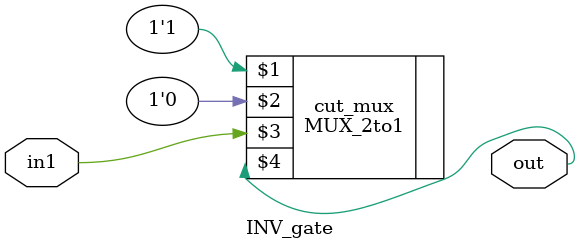
<source format=v>
`timescale 1ns/1ns

module INV_gate(output out , input in1);
  
  MUX_2to1 cut_mux(1'b1 , 1'b0 , in1 , out);
  
endmodule



</source>
